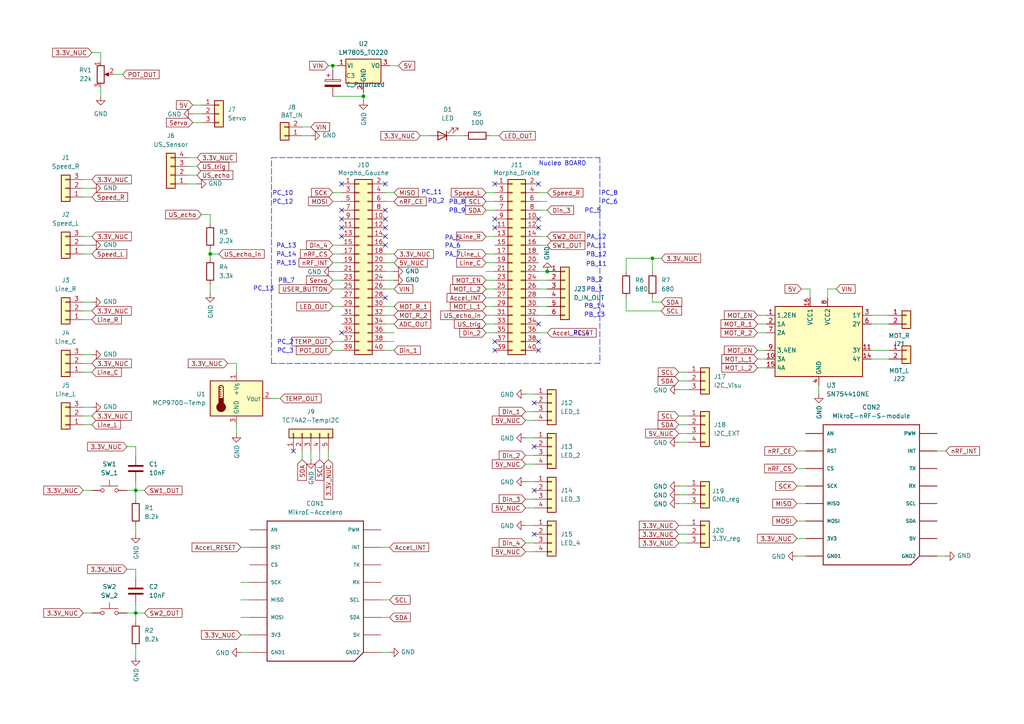
<source format=kicad_sch>
(kicad_sch (version 20231120) (generator "eeschema") (generator_version "8.0")
  (paper "A4")
  (junction (at 105.41 27.94))
  (junction (at 96.52 19.05))
  (junction (at 158.75 78.74))
  (junction (at 189.23 74.93))
  (junction (at 39.37 142.24))
  (junction (at 60.96 73.66))
  (junction (at 39.37 177.8))
  (no_connect (at 154.94 116.84))
  (no_connect (at 143.51 63.5))
  (no_connect (at 154.94 129.54))
  (no_connect (at 143.51 101.6))
  (no_connect (at 143.51 99.06))
  (no_connect (at 85.09 130.81))
  (no_connect (at 111.76 63.5))
  (no_connect (at 156.21 93.98))
  (no_connect (at 99.06 68.58))
  (no_connect (at 99.06 60.96))
  (no_connect (at 156.21 101.6))
  (no_connect (at 111.76 66.04))
  (no_connect (at 154.94 142.24))
  (no_connect (at 111.76 68.58))
  (no_connect (at 111.76 60.96))
  (no_connect (at 111.76 86.36))
  (no_connect (at 111.76 71.12))
  (no_connect (at 156.21 99.06))
  (no_connect (at 156.21 63.5))
  (no_connect (at 111.76 53.34))
  (no_connect (at 154.94 154.94))
  (no_connect (at 99.06 53.34))
  (no_connect (at 156.21 66.04))
  (no_connect (at 99.06 66.04))
  (no_connect (at 99.06 63.5))
  (no_connect (at 143.51 53.34))
  (no_connect (at 156.21 53.34))
  (no_connect (at 99.06 96.52))
  (no_connect (at 143.51 66.04))
  (wire (pts (xy 219.71 101.6) (xy 222.25 101.6)))
  (wire (pts (xy 191.77 74.93) (xy 189.23 74.93)))
  (wire (pts (xy 231.14 140.97) (xy 233.68 140.97)))
  (wire (pts (xy 231.14 146.05) (xy 233.68 146.05)))
  (wire (pts (xy 152.4 144.78) (xy 154.94 144.78)))
  (wire (pts (xy 96.52 99.06) (xy 99.06 99.06)))
  (wire (pts (xy 140.97 83.82) (xy 143.51 83.82)))
  (wire (pts (xy 24.13 73.66) (xy 26.67 73.66)))
  (wire (pts (xy 24.13 105.41) (xy 26.67 105.41)))
  (wire (pts (xy 92.71 130.81) (xy 92.71 133.35)))
  (wire (pts (xy 231.14 130.81) (xy 233.68 130.81)))
  (wire (pts (xy 114.3 76.2) (xy 111.76 76.2)))
  (wire (pts (xy 196.85 140.97) (xy 199.39 140.97)))
  (wire (pts (xy 196.85 113.03) (xy 199.39 113.03)))
  (wire (pts (xy 69.85 168.91) (xy 72.39 168.91)))
  (wire (pts (xy 142.24 39.37) (xy 144.78 39.37)))
  (wire (pts (xy 68.58 105.41) (xy 68.58 107.95)))
  (wire (pts (xy 69.85 158.75) (xy 72.39 158.75)))
  (wire (pts (xy 24.13 57.15) (xy 26.67 57.15)))
  (wire (pts (xy 196.85 123.19) (xy 199.39 123.19)))
  (wire (pts (xy 36.83 142.24) (xy 39.37 142.24)))
  (wire (pts (xy 140.97 58.42) (xy 143.51 58.42)))
  (wire (pts (xy 156.21 60.96) (xy 158.75 60.96)))
  (wire (pts (xy 111.76 83.82) (xy 114.3 83.82)))
  (wire (pts (xy 140.97 55.88) (xy 143.51 55.88)))
  (wire (pts (xy 24.13 52.07) (xy 26.67 52.07)))
  (wire (pts (xy 24.13 177.8) (xy 26.67 177.8)))
  (wire (pts (xy 219.71 104.14) (xy 222.25 104.14)))
  (wire (pts (xy 26.67 15.24) (xy 29.21 15.24)))
  (wire (pts (xy 24.13 142.24) (xy 26.67 142.24)))
  (wire (pts (xy 252.73 93.98) (xy 257.81 93.98)))
  (wire (pts (xy 111.76 91.44) (xy 114.3 91.44)))
  (wire (pts (xy 152.4 127) (xy 154.94 127)))
  (wire (pts (xy 196.85 125.73) (xy 199.39 125.73)))
  (wire (pts (xy 110.49 179.07) (xy 113.03 179.07)))
  (wire (pts (xy 156.21 83.82) (xy 158.75 83.82)))
  (wire (pts (xy 60.96 73.66) (xy 60.96 74.93)))
  (wire (pts (xy 96.52 101.6) (xy 99.06 101.6)))
  (wire (pts (xy 87.63 130.81) (xy 87.63 133.35)))
  (wire (pts (xy 95.25 130.81) (xy 95.25 133.35)))
  (wire (pts (xy 113.03 19.05) (xy 115.57 19.05)))
  (wire (pts (xy 55.88 35.56) (xy 58.42 35.56)))
  (wire (pts (xy 111.76 81.28) (xy 114.3 81.28)))
  (wire (pts (xy 189.23 74.93) (xy 189.23 78.74)))
  (wire (pts (xy 111.76 73.66) (xy 114.3 73.66)))
  (wire (pts (xy 96.52 78.74) (xy 99.06 78.74)))
  (wire (pts (xy 69.85 184.15) (xy 72.39 184.15)))
  (wire (pts (xy 156.21 78.74) (xy 158.75 78.74)))
  (wire (pts (xy 96.52 73.66) (xy 99.06 73.66)))
  (wire (pts (xy 54.61 53.34) (xy 57.15 53.34)))
  (wire (pts (xy 252.73 104.14) (xy 257.81 104.14)))
  (wire (pts (xy 24.13 107.95) (xy 26.67 107.95)))
  (wire (pts (xy 36.83 177.8) (xy 39.37 177.8)))
  (wire (pts (xy 54.61 48.26) (xy 57.15 48.26)))
  (wire (pts (xy 24.13 71.12) (xy 26.67 71.12)))
  (wire (pts (xy 111.76 93.98) (xy 114.3 93.98)))
  (wire (pts (xy 96.52 83.82) (xy 99.06 83.82)))
  (wire (pts (xy 36.83 129.54) (xy 39.37 129.54)))
  (wire (pts (xy 140.97 86.36) (xy 143.51 86.36)))
  (wire (pts (xy 58.42 62.23) (xy 60.96 62.23)))
  (wire (pts (xy 199.39 157.48) (xy 196.85 157.48)))
  (wire (pts (xy 55.88 33.02) (xy 58.42 33.02)))
  (wire (pts (xy 181.61 90.17) (xy 181.61 86.36)))
  (wire (pts (xy 39.37 177.8) (xy 39.37 180.34)))
  (wire (pts (xy 24.13 68.58) (xy 26.67 68.58)))
  (wire (pts (xy 111.76 78.74) (xy 114.3 78.74)))
  (wire (pts (xy 199.39 143.51) (xy 196.85 143.51)))
  (wire (pts (xy 60.96 82.55) (xy 60.96 85.09)))
  (wire (pts (xy 152.4 157.48) (xy 154.94 157.48)))
  (wire (pts (xy 121.92 39.37) (xy 124.46 39.37)))
  (wire (pts (xy 110.49 158.75) (xy 113.03 158.75)))
  (wire (pts (xy 232.41 83.82) (xy 234.95 83.82)))
  (wire (pts (xy 24.13 87.63) (xy 26.67 87.63)))
  (wire (pts (xy 219.71 93.98) (xy 222.25 93.98)))
  (wire (pts (xy 55.88 30.48) (xy 58.42 30.48)))
  (wire (pts (xy 152.4 134.62) (xy 154.94 134.62)))
  (wire (pts (xy 156.21 71.12) (xy 158.75 71.12)))
  (wire (pts (xy 140.97 81.28) (xy 143.51 81.28)))
  (wire (pts (xy 140.97 96.52) (xy 143.51 96.52)))
  (wire (pts (xy 156.21 81.28) (xy 158.75 81.28)))
  (wire (pts (xy 140.97 91.44) (xy 143.51 91.44)))
  (wire (pts (xy 152.4 152.4) (xy 154.94 152.4)))
  (wire (pts (xy 191.77 90.17) (xy 181.61 90.17)))
  (wire (pts (xy 24.13 102.87) (xy 26.67 102.87)))
  (wire (pts (xy 78.74 115.57) (xy 81.28 115.57)))
  (wire (pts (xy 68.58 123.19) (xy 68.58 125.73)))
  (wire (pts (xy 111.76 55.88) (xy 114.3 55.88)))
  (wire (pts (xy 96.52 76.2) (xy 99.06 76.2)))
  (wire (pts (xy 33.02 21.59) (xy 35.56 21.59)))
  (wire (pts (xy 39.37 129.54) (xy 39.37 132.08)))
  (wire (pts (xy 105.41 27.94) (xy 105.41 29.21)))
  (wire (pts (xy 156.21 55.88) (xy 158.75 55.88)))
  (wire (pts (xy 231.14 135.89) (xy 233.68 135.89)))
  (wire (pts (xy 29.21 25.4) (xy 29.21 27.94)))
  (wire (pts (xy 39.37 152.4) (xy 39.37 154.94)))
  (wire (pts (xy 39.37 187.96) (xy 39.37 190.5)))
  (wire (pts (xy 69.85 189.23) (xy 72.39 189.23)))
  (wire (pts (xy 152.4 160.02) (xy 154.94 160.02)))
  (wire (pts (xy 60.96 62.23) (xy 60.96 64.77)))
  (wire (pts (xy 24.13 54.61) (xy 26.67 54.61)))
  (wire (pts (xy 156.21 58.42) (xy 158.75 58.42)))
  (wire (pts (xy 96.52 58.42) (xy 99.06 58.42)))
  (wire (pts (xy 111.76 96.52) (xy 114.3 96.52)))
  (wire (pts (xy 140.97 68.58) (xy 143.51 68.58)))
  (wire (pts (xy 140.97 76.2) (xy 143.51 76.2)))
  (polyline (pts (xy 78.74 45.72) (xy 173.99 45.72)) (stroke (width 0) (type dash)))
  (wire (pts (xy 152.4 121.92) (xy 154.94 121.92)))
  (wire (pts (xy 24.13 90.17) (xy 26.67 90.17)))
  (wire (pts (xy 152.4 119.38) (xy 154.94 119.38)))
  (wire (pts (xy 54.61 45.72) (xy 57.15 45.72)))
  (wire (pts (xy 60.96 73.66) (xy 63.5 73.66)))
  (wire (pts (xy 140.97 60.96) (xy 143.51 60.96)))
  (wire (pts (xy 196.85 128.27) (xy 199.39 128.27)))
  (wire (pts (xy 39.37 142.24) (xy 39.37 139.7)))
  (wire (pts (xy 152.4 114.3) (xy 154.94 114.3)))
  (wire (pts (xy 181.61 74.93) (xy 181.61 78.74)))
  (wire (pts (xy 231.14 151.13) (xy 233.68 151.13)))
  (wire (pts (xy 39.37 177.8) (xy 41.91 177.8)))
  (wire (pts (xy 271.78 161.29) (xy 274.32 161.29)))
  (wire (pts (xy 199.39 152.4) (xy 196.85 152.4)))
  (wire (pts (xy 96.52 55.88) (xy 99.06 55.88)))
  (wire (pts (xy 140.97 93.98) (xy 143.51 93.98)))
  (wire (pts (xy 69.85 173.99) (xy 72.39 173.99)))
  (wire (pts (xy 96.52 27.94) (xy 105.41 27.94)))
  (wire (pts (xy 36.83 165.1) (xy 39.37 165.1)))
  (wire (pts (xy 111.76 88.9) (xy 114.3 88.9)))
  (wire (pts (xy 219.71 91.44) (xy 222.25 91.44)))
  (wire (pts (xy 24.13 92.71) (xy 26.67 92.71)))
  (wire (pts (xy 152.4 139.7) (xy 154.94 139.7)))
  (wire (pts (xy 132.08 39.37) (xy 134.62 39.37)))
  (wire (pts (xy 189.23 87.63) (xy 189.23 86.36)))
  (wire (pts (xy 60.96 72.39) (xy 60.96 73.66)))
  (wire (pts (xy 111.76 58.42) (xy 114.3 58.42)))
  (wire (pts (xy 24.13 120.65) (xy 26.67 120.65)))
  (wire (pts (xy 196.85 107.95) (xy 199.39 107.95)))
  (wire (pts (xy 191.77 87.63) (xy 189.23 87.63)))
  (wire (pts (xy 152.4 132.08) (xy 154.94 132.08)))
  (wire (pts (xy 231.14 161.29) (xy 233.68 161.29)))
  (wire (pts (xy 234.95 83.82) (xy 234.95 86.36)))
  (wire (pts (xy 240.03 83.82) (xy 240.03 86.36)))
  (wire (pts (xy 95.25 19.05) (xy 96.52 19.05)))
  (wire (pts (xy 24.13 123.19) (xy 26.67 123.19)))
  (wire (pts (xy 29.21 15.24) (xy 29.21 17.78)))
  (wire (pts (xy 96.52 71.12) (xy 99.06 71.12)))
  (wire (pts (xy 140.97 78.74) (xy 143.51 78.74)))
  (wire (pts (xy 96.52 88.9) (xy 99.06 88.9)))
  (wire (pts (xy 156.21 88.9) (xy 158.75 88.9)))
  (wire (pts (xy 66.04 105.41) (xy 68.58 105.41)))
  (wire (pts (xy 237.49 111.76) (xy 237.49 114.3)))
  (wire (pts (xy 96.52 19.05) (xy 96.52 20.32)))
  (wire (pts (xy 110.49 189.23) (xy 113.03 189.23)))
  (wire (pts (xy 24.13 118.11) (xy 26.67 118.11)))
  (wire (pts (xy 252.73 101.6) (xy 257.81 101.6)))
  (wire (pts (xy 242.57 83.82) (xy 240.03 83.82)))
  (wire (pts (xy 54.61 50.8) (xy 57.15 50.8)))
  (wire (pts (xy 87.63 39.37) (xy 90.17 39.37)))
  (wire (pts (xy 219.71 106.68) (xy 222.25 106.68)))
  (wire (pts (xy 140.97 73.66) (xy 143.51 73.66)))
  (wire (pts (xy 271.78 130.81) (xy 274.32 130.81)))
  (wire (pts (xy 111.76 99.06) (xy 114.3 99.06)))
  (polyline (pts (xy 78.74 105.41) (xy 78.74 45.72)) (stroke (width 0) (type dash)))
  (wire (pts (xy 252.73 91.44) (xy 257.81 91.44)))
  (wire (pts (xy 39.37 142.24) (xy 41.91 142.24)))
  (polyline (pts (xy 173.99 45.72) (xy 173.99 105.41)) (stroke (width 0) (type dash)))
  (wire (pts (xy 96.52 19.05) (xy 97.79 19.05)))
  (wire (pts (xy 96.52 81.28) (xy 99.06 81.28)))
  (wire (pts (xy 90.17 130.81) (xy 90.17 133.35)))
  (wire (pts (xy 156.21 86.36) (xy 158.75 86.36)))
  (wire (pts (xy 199.39 146.05) (xy 196.85 146.05)))
  (wire (pts (xy 140.97 88.9) (xy 143.51 88.9)))
  (wire (pts (xy 199.39 154.94) (xy 196.85 154.94)))
  (wire (pts (xy 196.85 110.49) (xy 199.39 110.49)))
  (polyline (pts (xy 173.99 105.41) (xy 78.74 105.41)) (stroke (width 0) (type dash)))
  (wire (pts (xy 87.63 36.83) (xy 90.17 36.83)))
  (wire (pts (xy 111.76 101.6) (xy 114.3 101.6)))
  (wire (pts (xy 105.41 26.67) (xy 105.41 27.94)))
  (wire (pts (xy 110.49 173.99) (xy 113.03 173.99)))
  (wire (pts (xy 189.23 74.93) (xy 181.61 74.93)))
  (wire (pts (xy 156.21 91.44) (xy 158.75 91.44)))
  (wire (pts (xy 156.21 96.52) (xy 158.75 96.52)))
  (wire (pts (xy 39.37 142.24) (xy 39.37 144.78)))
  (wire (pts (xy 219.71 96.52) (xy 222.25 96.52)))
  (wire (pts (xy 39.37 165.1) (xy 39.37 167.64)))
  (wire (pts (xy 152.4 147.32) (xy 154.94 147.32)))
  (wire (pts (xy 39.37 177.8) (xy 39.37 175.26)))
  (wire (pts (xy 196.85 120.65) (xy 199.39 120.65)))
  (wire (pts (xy 69.85 179.07) (xy 72.39 179.07)))
  (wire (pts (xy 231.14 156.21) (xy 233.68 156.21)))
  (wire (pts (xy 156.21 68.58) (xy 158.75 68.58)))
  (text "PA_12" (at 172.974 68.834 0) (effects (font (size 1.27 1.27))))
  (text "PC_2" (at 82.804 99.314 0) (effects (font (size 1.27 1.27))))
  (text "PB_8" (at 132.588 58.674 0) (effects (font (size 1.27 1.27))))
  (text "PA_7" (at 131.318 73.914 0) (effects (font (size 1.27 1.27))))
  (text "PC_8" (at 176.784 56.134 0) (effects (font (size 1.27 1.27))))
  (text "PC_11" (at 125.222 55.88 0) (effects (font (size 1.27 1.27))))
  (text "PA_5" (at 131.318 69.088 0) (effects (font (size 1.27 1.27))))
  (text "PB_13" (at 172.466 91.44 0) (effects (font (size 1.27 1.27))))
  (text "PA_14" (at 83.058 73.914 0) (effects (font (size 1.27 1.27))))
  (text "PB_11" (at 172.974 76.708 0) (effects (font (size 1.27 1.27))))
  (text "PB_9" (at 132.588 61.214 0) (effects (font (size 1.27 1.27))))
  (text "PC_5" (at 171.958 61.214 0) (effects (font (size 1.27 1.27))))
  (text "PB_2" (at 172.466 81.28 0) (effects (font (size 1.27 1.27))))
  (text "PC_12" (at 82.042 58.674 0) (effects (font (size 1.27 1.27))))
  (text "PB_14" (at 172.466 88.9 0) (effects (font (size 1.27 1.27))))
  (text "PC_13" (at 76.454 83.82 0) (effects (font (size 1.27 1.27))))
  (text "PD_2" (at 126.492 58.42 0) (effects (font (size 1.27 1.27))))
  (text "PA_15" (at 83.058 76.454 0) (effects (font (size 1.27 1.27))))
  (text "PC_10" (at 82.042 56.134 0) (effects (font (size 1.27 1.27))))
  (text "PA_11" (at 172.974 71.374 0) (effects (font (size 1.27 1.27))))
  (text "PC_4" (at 168.656 96.774 0) (effects (font (size 1.27 1.27))))
  (text "PA_6" (at 131.318 71.374 0) (effects (font (size 1.27 1.27))))
  (text "PA_13" (at 83.058 71.374 0) (effects (font (size 1.27 1.27))))
  (text "PB_7" (at 83.058 81.534 0) (effects (font (size 1.27 1.27))))
  (text "Nucleo BOARD" (at 156.21 48.26 0) (effects (font (size 1.27 1.27)) (justify left bottom)))
  (text "PB_12" (at 172.974 73.914 0) (effects (font (size 1.27 1.27))))
  (text "PC_3" (at 82.804 101.854 0) (effects (font (size 1.27 1.27))))
  (text "PB_1\n" (at 172.466 84.074 0) (effects (font (size 1.27 1.27))))
  (text "PC_6" (at 176.784 58.674 0) (effects (font (size 1.27 1.27))))
  (global_label "US_echo" (shape input) (at 57.15 50.8 0) (property "Intersheetrefs" "${INTERSHEET_REFS}" (effects (hide yes))))
  (global_label "5V" (shape input) (at 232.41 83.82 180) (property "Intersheetrefs" "${INTERSHEET_REFS}" (effects (hide yes))))
  (global_label "MOT_L_1" (shape input) (at 140.97 88.9 180) (property "Intersheetrefs" "${INTERSHEET_REFS}" (effects (hide yes))))
  (global_label "Din_3" (shape input) (at 158.75 60.96 0) (property "Intersheetrefs" "${INTERSHEET_REFS}" (effects (hide yes))))
  (global_label "Speed_R" (shape input) (at 26.67 57.15 0) (property "Intersheetrefs" "${INTERSHEET_REFS}" (effects (hide yes))))
  (global_label "SCK" (shape input) (at 96.52 55.88 180) (property "Intersheetrefs" "${INTERSHEET_REFS}" (effects (hide yes))))
  (global_label "USER_BUTTON" (shape input) (at 96.52 83.82 180) (property "Intersheetrefs" "${INTERSHEET_REFS}" (effects (hide yes))))
  (global_label "SCL" (shape input) (at 191.77 90.17 0) (property "Intersheetrefs" "${INTERSHEET_REFS}" (effects (hide yes))))
  (global_label "Accel_RESET" (shape input) (at 158.75 96.52 0) (property "Intersheetrefs" "${INTERSHEET_REFS}" (effects (hide yes))))
  (global_label "Servo" (shape input) (at 96.52 81.28 180) (property "Intersheetrefs" "${INTERSHEET_REFS}" (effects (hide yes))))
  (global_label "3.3V_NUC" (shape input) (at 36.83 165.1 180) (property "Intersheetrefs" "${INTERSHEET_REFS}" (effects (hide yes))))
  (global_label "US_trig" (shape input) (at 140.97 93.98 180) (property "Intersheetrefs" "${INTERSHEET_REFS}" (effects (hide yes))))
  (global_label "Line_L" (shape input) (at 140.97 73.66 180) (property "Intersheetrefs" "${INTERSHEET_REFS}" (effects (hide yes))))
  (global_label "VIN" (shape input) (at 90.17 36.83 0) (property "Intersheetrefs" "${INTERSHEET_REFS}" (effects (hide yes))))
  (global_label "SW2_OUT" (shape input) (at 41.91 177.8 0) (property "Intersheetrefs" "${INTERSHEET_REFS}" (effects (hide yes))))
  (global_label "MISO" (shape input) (at 114.3 55.88 0) (property "Intersheetrefs" "${INTERSHEET_REFS}" (effects (hide yes))))
  (global_label "MOT_EN" (shape input) (at 219.71 91.44 180) (property "Intersheetrefs" "${INTERSHEET_REFS}" (effects (hide yes))))
  (global_label "SW1_OUT" (shape input) (at 41.91 142.24 0) (property "Intersheetrefs" "${INTERSHEET_REFS}" (effects (hide yes))))
  (global_label "5V_NUC" (shape input) (at 152.4 121.92 180) (property "Intersheetrefs" "${INTERSHEET_REFS}" (effects (hide yes))))
  (global_label "SDA" (shape input) (at 196.85 123.19 180) (property "Intersheetrefs" "${INTERSHEET_REFS}" (effects (hide yes))))
  (global_label "MOT_R_2" (shape input) (at 114.3 91.44 0) (property "Intersheetrefs" "${INTERSHEET_REFS}" (effects (hide yes))))
  (global_label "Servo" (shape input) (at 55.88 35.56 180) (property "Intersheetrefs" "${INTERSHEET_REFS}" (effects (hide yes))))
  (global_label "MOT_R_1" (shape input) (at 219.71 93.98 180) (property "Intersheetrefs" "${INTERSHEET_REFS}" (effects (hide yes))))
  (global_label "MOT_R_2" (shape input) (at 219.71 96.52 180) (property "Intersheetrefs" "${INTERSHEET_REFS}" (effects (hide yes))))
  (global_label "LED_OUT" (shape input) (at 144.78 39.37 0) (property "Intersheetrefs" "${INTERSHEET_REFS}" (effects (hide yes))))
  (global_label "SCL" (shape input) (at 196.85 107.95 180) (property "Intersheetrefs" "${INTERSHEET_REFS}" (effects (hide yes))))
  (global_label "3.3V_NUC" (shape input) (at 95.25 133.35 270) (property "Intersheetrefs" "${INTERSHEET_REFS}" (effects (hide yes))))
  (global_label "SCL" (shape input) (at 113.03 173.99 0) (property "Intersheetrefs" "${INTERSHEET_REFS}" (effects (hide yes))))
  (global_label "ADC_OUT" (shape input) (at 114.3 93.98 0) (property "Intersheetrefs" "${INTERSHEET_REFS}" (effects (hide yes))))
  (global_label "MOSI" (shape input) (at 231.14 151.13 180) (property "Intersheetrefs" "${INTERSHEET_REFS}" (effects (hide yes))))
  (global_label "Speed_R" (shape input) (at 158.75 55.88 0) (property "Intersheetrefs" "${INTERSHEET_REFS}" (effects (hide yes))))
  (global_label "3.3V_NUC" (shape input) (at 36.83 129.54 180) (property "Intersheetrefs" "${INTERSHEET_REFS}" (effects (hide yes))))
  (global_label "3.3V_NUC" (shape input) (at 26.67 120.65 0) (property "Intersheetrefs" "${INTERSHEET_REFS}" (effects (hide yes))))
  (global_label "5V" (shape input) (at 55.88 30.48 180) (property "Intersheetrefs" "${INTERSHEET_REFS}" (effects (hide yes))))
  (global_label "Din_1" (shape input) (at 152.4 119.38 180) (property "Intersheetrefs" "${INTERSHEET_REFS}" (effects (hide yes))))
  (global_label "MOT_L_2" (shape input) (at 219.71 106.68 180) (property "Intersheetrefs" "${INTERSHEET_REFS}" (effects (hide yes))))
  (global_label "POT_OUT" (shape input) (at 35.56 21.59 0) (property "Intersheetrefs" "${INTERSHEET_REFS}" (effects (hide yes))))
  (global_label "SCL" (shape input) (at 140.97 58.42 180) (property "Intersheetrefs" "${INTERSHEET_REFS}" (effects (hide yes))))
  (global_label "3.3V_NUC" (shape input) (at 114.3 73.66 0) (property "Intersheetrefs" "${INTERSHEET_REFS}" (effects (hide yes))))
  (global_label "Line_C" (shape input) (at 140.97 76.2 180) (property "Intersheetrefs" "${INTERSHEET_REFS}" (effects (hide yes))))
  (global_label "SDA" (shape input) (at 87.63 133.35 270) (property "Intersheetrefs" "${INTERSHEET_REFS}" (effects (hide yes))))
  (global_label "Din_3" (shape input) (at 152.4 144.78 180) (property "Intersheetrefs" "${INTERSHEET_REFS}" (effects (hide yes))))
  (global_label "nRF_CS" (shape input) (at 96.52 73.66 180) (property "Intersheetrefs" "${INTERSHEET_REFS}" (effects (hide yes))))
  (global_label "3.3V_NUC" (shape input) (at 121.92 39.37 180) (property "Intersheetrefs" "${INTERSHEET_REFS}" (effects (hide yes))))
  (global_label "3.3V_NUC" (shape input) (at 69.85 184.15 180) (property "Intersheetrefs" "${INTERSHEET_REFS}" (effects (hide yes))))
  (global_label "Line_C" (shape input) (at 26.67 107.95 0) (property "Intersheetrefs" "${INTERSHEET_REFS}" (effects (hide yes))))
  (global_label "Din_1" (shape input) (at 114.3 101.6 0) (property "Intersheetrefs" "${INTERSHEET_REFS}" (effects (hide yes))))
  (global_label "US_echo_in" (shape input) (at 140.97 91.44 180) (property "Intersheetrefs" "${INTERSHEET_REFS}" (effects (hide yes))))
  (global_label "VIN" (shape input) (at 95.25 19.05 180) (property "Intersheetrefs" "${INTERSHEET_REFS}" (effects (hide yes))))
  (global_label "SDA" (shape input) (at 191.77 87.63 0) (property "Intersheetrefs" "${INTERSHEET_REFS}" (effects (hide yes))))
  (global_label "3.3V_NUC" (shape input) (at 191.77 74.93 0) (property "Intersheetrefs" "${INTERSHEET_REFS}" (effects (hide yes))))
  (global_label "3.3V_NUC" (shape input) (at 196.85 152.4 180) (property "Intersheetrefs" "${INTERSHEET_REFS}" (effects (hide yes))))
  (global_label "5V_NUC" (shape input) (at 152.4 160.02 180) (property "Intersheetrefs" "${INTERSHEET_REFS}" (effects (hide yes))))
  (global_label "TEMP_OUT" (shape input) (at 81.28 115.57 0) (property "Intersheetrefs" "${INTERSHEET_REFS}" (effects (hide yes))))
  (global_label "3.3V_NUC" (shape input) (at 26.67 105.41 0) (property "Intersheetrefs" "${INTERSHEET_REFS}" (effects (hide yes))))
  (global_label "LED_OUT" (shape input) (at 96.52 88.9 180) (property "Intersheetrefs" "${INTERSHEET_REFS}" (effects (hide yes))))
  (global_label "5V_NUC" (shape input) (at 152.4 147.32 180) (property "Intersheetrefs" "${INTERSHEET_REFS}" (effects (hide yes))))
  (global_label "Accel_INT" (shape input) (at 113.03 158.75 0) (property "Intersheetrefs" "${INTERSHEET_REFS}" (effects (hide yes))))
  (global_label "Accel_RESET" (shape input) (at 69.85 158.75 180) (property "Intersheetrefs" "${INTERSHEET_REFS}" (effects (hide yes))))
  (global_label "US_trig" (shape input) (at 57.15 48.26 0) (property "Intersheetrefs" "${INTERSHEET_REFS}" (effects (hide yes))))
  (global_label "SDA" (shape input) (at 113.03 179.07 0) (property "Intersheetrefs" "${INTERSHEET_REFS}" (effects (hide yes))))
  (global_label "5V_NUC" (shape input) (at 114.3 76.2 0) (property "Intersheetrefs" "${INTERSHEET_REFS}" (effects (hide yes))))
  (global_label "nRF_INT" (shape input) (at 274.32 130.81 0) (property "Intersheetrefs" "${INTERSHEET_REFS}" (effects (hide yes))))
  (global_label "Din_4" (shape input) (at 96.52 71.12 180) (property "Intersheetrefs" "${INTERSHEET_REFS}" (effects (hide yes))))
  (global_label "Speed_L" (shape input) (at 140.97 55.88 180) (property "Intersheetrefs" "${INTERSHEET_REFS}" (effects (hide yes))))
  (global_label "SCL" (shape input) (at 92.71 133.35 270) (property "Intersheetrefs" "${INTERSHEET_REFS}" (effects (hide yes))))
  (global_label "MOT_L_2" (shape input) (at 140.97 83.82 180) (property "Intersheetrefs" "${INTERSHEET_REFS}" (effects (hide yes))))
  (global_label "Line_L" (shape input) (at 26.67 123.19 0) (property "Intersheetrefs" "${INTERSHEET_REFS}" (effects (hide yes))))
  (global_label "3.3V_NUC" (shape input) (at 26.67 68.58 0) (property "Intersheetrefs" "${INTERSHEET_REFS}" (effects (hide yes))))
  (global_label "nRF_CS" (shape input) (at 231.14 135.89 180) (property "Intersheetrefs" "${INTERSHEET_REFS}" (effects (hide yes))))
  (global_label "SCK" (shape input) (at 231.14 140.97 180) (property "Intersheetrefs" "${INTERSHEET_REFS}" (effects (hide yes))))
  (global_label "3.3V_NUC" (shape input) (at 196.85 154.94 180) (property "Intersheetrefs" "${INTERSHEET_REFS}" (effects (hide yes))))
  (global_label "TEMP_OUT" (shape input) (at 96.52 99.06 180) (property "Intersheetrefs" "${INTERSHEET_REFS}" (effects (hide yes))))
  (global_label "3.3V_NUC" (shape input) (at 24.13 142.24 180) (property "Intersheetrefs" "${INTERSHEET_REFS}" (effects (hide yes))))
  (global_label "SDA" (shape input) (at 140.97 60.96 180) (property "Intersheetrefs" "${INTERSHEET_REFS}" (effects (hide yes))))
  (global_label "MISO" (shape input) (at 231.14 146.05 180) (property "Intersheetrefs" "${INTERSHEET_REFS}" (effects (hide yes))))
  (global_label "POT_OUT" (shape input) (at 96.52 101.6 180) (property "Intersheetrefs" "${INTERSHEET_REFS}" (effects (hide yes))))
  (global_label "MOSI" (shape input) (at 96.52 58.42 180) (property "Intersheetrefs" "${INTERSHEET_REFS}" (effects (hide yes))))
  (global_label "MOT_R_1" (shape input) (at 114.3 88.9 0) (property "Intersheetrefs" "${INTERSHEET_REFS}" (effects (hide yes))))
  (global_label "VIN" (shape input) (at 242.57 83.82 0) (property "Intersheetrefs" "${INTERSHEET_REFS}" (effects (hide yes))))
  (global_label "Din_2" (shape input) (at 152.4 132.08 180) (property "Intersheetrefs" "${INTERSHEET_REFS}" (effects (hide yes))))
  (global_label "SDA" (shape input) (at 196.85 110.49 180) (property "Intersheetrefs" "${INTERSHEET_REFS}" (effects (hide yes))))
  (global_label "Line_R" (shape input) (at 140.97 68.58 180) (property "Intersheetrefs" "${INTERSHEET_REFS}" (effects (hide yes))))
  (global_label "US_echo" (shape input) (at 58.42 62.23 180) (property "Intersheetrefs" "${INTERSHEET_REFS}" (effects (hide yes))))
  (global_label "Line_R" (shape input) (at 26.67 92.71 0) (property "Intersheetrefs" "${INTERSHEET_REFS}" (effects (hide yes))))
  (global_label "nRF_CE" (shape input) (at 231.14 130.81 180) (property "Intersheetrefs" "${INTERSHEET_REFS}" (effects (hide yes))))
  (global_label "Din_2" (shape input) (at 140.97 96.52 180) (property "Intersheetrefs" "${INTERSHEET_REFS}" (effects (hide yes))))
  (global_label "nRF_CE" (shape input) (at 114.3 58.42 0) (property "Intersheetrefs" "${INTERSHEET_REFS}" (effects (hide yes))))
  (global_label "5V_NUC" (shape input) (at 152.4 134.62 180) (property "Intersheetrefs" "${INTERSHEET_REFS}" (effects (hide yes))))
  (global_label "SW1_OUT" (shape input) (at 158.75 71.12 0) (property "Intersheetrefs" "${INTERSHEET_REFS}" (effects (hide yes))))
  (global_label "Speed_L" (shape input) (at 26.67 73.66 0) (property "Intersheetrefs" "${INTERSHEET_REFS}" (effects (hide yes))))
  (global_label "Accel_INT" (shape input) (at 140.97 86.36 180) (property "Intersheetrefs" "${INTERSHEET_REFS}" (effects (hide yes))))
  (global_label "3.3V_NUC" (shape input) (at 57.15 45.72 0) (property "Intersheetrefs" "${INTERSHEET_REFS}" (effects (hide yes))))
  (global_label "5V_NUC" (shape input) (at 196.85 125.73 180) (property "Intersheetrefs" "${INTERSHEET_REFS}" (effects (hide yes))))
  (global_label "3.3V_NUC" (shape input) (at 26.67 15.24 180) (property "Intersheetrefs" "${INTERSHEET_REFS}" (effects (hide yes))))
  (global_label "nRF_INT" (shape input) (at 96.52 76.2 180) (property "Intersheetrefs" "${INTERSHEET_REFS}" (effects (hide yes))))
  (global_label "US_echo_in" (shape input) (at 63.5 73.66 0) (property "Intersheetrefs" "${INTERSHEET_REFS}" (effects (hide yes))))
  (global_label "SW2_OUT" (shape input) (at 158.75 68.58 0) (property "Intersheetrefs" "${INTERSHEET_REFS}" (effects (hide yes))))
  (global_label "3.3V_NUC" (shape input) (at 26.67 90.17 0) (property "Intersheetrefs" "${INTERSHEET_REFS}" (effects (hide yes))))
  (global_label "3.3V_NUC" (shape input) (at 26.67 52.07 0) (property "Intersheetrefs" "${INTERSHEET_REFS}" (effects (hide yes))))
  (global_label "3.3V_NUC" (shape input) (at 231.14 156.21 180) (property "Intersheetrefs" "${INTERSHEET_REFS}" (effects (hide yes))))
  (global_label "3.3V_NUC" (shape input) (at 24.13 177.8 180) (property "Intersheetrefs" "${INTERSHEET_REFS}" (effects (hide yes))))
  (global_label "MOT_L_1" (shape input) (at 219.71 104.14 180) (property "Intersheetrefs" "${INTERSHEET_REFS}" (effects (hide yes))))
  (global_label "Din_4" (shape input) (at 152.4 157.48 180) (property "Intersheetrefs" "${INTERSHEET_REFS}" (effects (hide yes))))
  (global_label "SCL" (shape input) (at 196.85 120.65 180) (property "Intersheetrefs" "${INTERSHEET_REFS}" (effects (hide yes))))
  (global_label "3.3V_NUC" (shape input) (at 66.04 105.41 180) (property "Intersheetrefs" "${INTERSHEET_REFS}" (effects (hide yes))))
  (global_label "3.3V_NUC" (shape input) (at 196.85 157.48 180) (property "Intersheetrefs" "${INTERSHEET_REFS}" (effects (hide yes))))
  (global_label "5V" (shape input) (at 115.57 19.05 0) (property "Intersheetrefs" "${INTERSHEET_REFS}" (effects (hide yes))))
  (global_label "MOT_EN" (shape input) (at 219.71 101.6 180) (property "Intersheetrefs" "${INTERSHEET_REFS}" (effects (hide yes))))
  (global_label "VIN" (shape input) (at 114.3 83.82 0) (property "Intersheetrefs" "${INTERSHEET_REFS}" (effects (hide yes))))
  (global_label "MOT_EN" (shape input) (at 140.97 81.28 180) (property "Intersheetrefs" "${INTERSHEET_REFS}" (effects (hide yes))))
  (symbol (lib_id "Connector_Generic:Conn_01x02") (at 82.55 39.37 180) (unit 1)
    (property "Reference" "J8" (at 84.6328 31.115 0))
    (property "Value" "BAT_IN" (at 84.6328 33.4264 0))
    (property "Footprint" "TerminalBlock_Phoenix:TerminalBlock_Phoenix_MKDS-3-2-5.08_1x02_P5.08mm_Horizontal" (effects (hide yes)))
  )
  (symbol (lib_id "power:GND") (at 90.17 39.37 90) (unit 1)
    (property "Reference" "#PWR014" (effects (hide yes)))
    (property "Value" "GND" (at 93.4212 39.243 90) (effects (justify right)))
  )
  (symbol (lib_id "Connector_Generic:Conn_02x20_Odd_Even") (at 104.14 76.2 0) (unit 1)
    (property "Reference" "J10" (at 105.41 47.8282 0))
    (property "Value" "Morpho_Gauche" (at 105.41 50.1396 0))
    (property "Footprint" "Connector_PinHeader_2.54mm:PinHeader_2x20_P2.54mm_Vertical" (effects (hide yes)))
  )
  (symbol (lib_id "Connector_Generic:Conn_02x20_Odd_Even") (at 148.59 76.2 0) (unit 1)
    (property "Reference" "J11" (at 149.86 47.8282 0))
    (property "Value" "Morpho_Droite" (at 149.86 50.1396 0))
    (property "Footprint" "Connector_PinHeader_2.54mm:PinHeader_2x20_P2.54mm_Vertical" (effects (hide yes)))
  )
  (symbol (lib_id "power:GND") (at 96.52 78.74 270) (unit 1)
    (property "Reference" "#PWR016" (effects (hide yes)))
    (property "Value" "GND" (at 93.2688 78.867 90) (effects (justify right)))
  )
  (symbol (lib_id "power:GND") (at 114.3 78.74 90) (unit 1)
    (property "Reference" "#PWR019" (effects (hide yes)))
    (property "Value" "GND" (at 117.5512 78.613 90) (effects (justify right)))
  )
  (symbol (lib_id "power:GND") (at 114.3 81.28 90) (unit 1)
    (property "Reference" "#PWR020" (effects (hide yes)))
    (property "Value" "GND" (at 117.5512 81.153 90) (effects (justify right)))
  )
  (symbol (lib_id "power:GND") (at 158.75 78.74 180) (unit 1)
    (property "Reference" "#PWR025" (effects (hide yes)))
    (property "Value" "GND" (at 158.623 75.4888 90) (effects (justify right)))
  )
  (symbol (lib_id "Connector_Generic:Conn_01x03") (at 204.47 154.94 0) (unit 1)
    (property "Reference" "J20" (at 206.502 153.8732 0) (effects (justify left)))
    (property "Value" "3.3V_reg" (at 206.502 156.1846 0) (effects (justify left)))
    (property "Footprint" "Connector_PinHeader_2.54mm:PinHeader_1x03_P2.54mm_Vertical" (effects (hide yes)))
  )
  (symbol (lib_id "Connector_Generic:Conn_01x03") (at 204.47 143.51 0) (unit 1)
    (property "Reference" "J19" (at 206.502 142.4432 0) (effects (justify left)))
    (property "Value" "GND_reg" (at 206.502 144.7546 0) (effects (justify left)))
    (property "Footprint" "Connector_PinHeader_2.54mm:PinHeader_1x03_P2.54mm_Vertical" (effects (hide yes)))
  )
  (symbol (lib_id "power:GND") (at 196.85 146.05 270) (unit 1)
    (property "Reference" "#PWR030" (effects (hide yes)))
    (property "Value" "GND" (at 193.5988 146.177 90) (effects (justify right)))
  )
  (symbol (lib_id "power:GND") (at 196.85 143.51 270) (unit 1)
    (property "Reference" "#PWR029" (effects (hide yes)))
    (property "Value" "GND" (at 193.5988 143.637 90) (effects (justify right)))
  )
  (symbol (lib_id "power:GND") (at 196.85 140.97 270) (unit 1)
    (property "Reference" "#PWR028" (effects (hide yes)))
    (property "Value" "GND" (at 193.5988 141.097 90) (effects (justify right)))
  )
  (symbol (lib_id "power:GND") (at 60.96 85.09 0) (unit 1)
    (property "Reference" "#PWR011" (effects (hide yes)))
    (property "Value" "GND" (at 61.087 88.3412 90) (effects (justify right)))
  )
  (symbol (lib_id "Device:C_Polarized") (at 96.52 24.13 0) (unit 1)
    (property "Reference" "C3" (at 100.33 21.9709 0) (effects (justify left)))
    (property "Value" "C_Polarized" (at 100.33 24.5109 0) (effects (justify left)))
    (property "Footprint" "Capacitor_THT:CP_Radial_D6.3mm_P2.50mm" (effects (hide yes)))
    (property "Description" "Polarized capacitor" (effects (hide yes)))
  )
  (symbol (lib_id "Connector_Generic:Conn_01x02") (at 262.89 101.6 0) (unit 1)
    (property "Reference" "J22" (at 260.8072 109.855 0))
    (property "Value" "MOT_L" (at 260.8072 107.5436 0))
    (property "Footprint" "TerminalBlock_Phoenix:TerminalBlock_Phoenix_MKDS-3-2-5.08_1x02_P5.08mm_Horizontal" (effects (hide yes)))
  )
  (symbol (lib_id "Connector_Generic:Conn_01x03") (at 19.05 120.65 180) (unit 1)
    (property "Reference" "J5" (at 19.05 111.76 0))
    (property "Value" "Line_L" (at 19.05 114.3 0))
    (property "Footprint" "Connector_PinSocket_2.54mm:PinSocket_1x03_P2.54mm_Horizontal" (effects (hide yes)))
    (property "Description" "Generic connector, single row, 01x03, script generated (kicad-library-utils/schlib/autogen/connector/)" (effects (hide yes)))
  )
  (symbol (lib_id "mikroBUS:MIKROBUS_MODULE_CONN") (at 77.47 191.77 0) (unit 1)
    (property "Reference" "CON1" (at 91.44 146.05 0))
    (property "Value" "MikroE-Accelero" (at 91.44 148.59 0))
    (property "Footprint" "mikroE:MIKROBUS_MODULE_CONN" (effects (hide yes)))
    (property "Description" "MikroBUS module connector" (effects (hide yes)))
  )
  (symbol (lib_id "Connector_Generic:Conn_01x03") (at 204.47 110.49 0) (unit 1)
    (property "Reference" "J17" (at 207.01 109.2199 0) (effects (justify left)))
    (property "Value" "I2C_Visu" (at 207.01 111.7599 0) (effects (justify left)))
    (property "Footprint" "Connector_PinSocket_2.54mm:PinSocket_1x03_P2.54mm_Vertical" (effects (hide yes)))
    (property "Description" "Generic connector, single row, 01x03, script generated (kicad-library-utils/schlib/autogen/connector/)" (effects (hide yes)))
  )
  (symbol (lib_id "Connector_Generic:Conn_01x02") (at 262.89 91.44 0) (unit 1)
    (property "Reference" "J21" (at 260.8072 99.695 0))
    (property "Value" "MOT_R" (at 260.8072 97.3836 0))
    (property "Footprint" "TerminalBlock_Phoenix:TerminalBlock_Phoenix_MKDS-3-2-5.08_1x02_P5.08mm_Horizontal" (effects (hide yes)))
  )
  (symbol (lib_id "power:GND") (at 105.41 29.21 0) (unit 1)
    (property "Reference" "#PWR017" (effects (hide yes)))
    (property "Value" "GND" (at 105.537 32.4612 90) (effects (justify right)))
  )
  (symbol (lib_id "Connector_Generic:Conn_01x04") (at 49.53 50.8 180) (unit 1)
    (property "Reference" "J6" (at 49.53 39.37 0))
    (property "Value" "US_Sensor" (at 49.53 41.91 0))
    (property "Footprint" "Connector_PinSocket_2.54mm:PinSocket_1x04_P2.54mm_Vertical" (effects (hide yes)))
    (property "Description" "Generic connector, single row, 01x04, script generated (kicad-library-utils/schlib/autogen/connector/)" (effects (hide yes)))
  )
  (symbol (lib_id "power:GND") (at 152.4 114.3 270) (unit 1)
    (property "Reference" "#PWR021" (effects (hide yes)))
    (property "Value" "GND" (at 149.1488 114.427 90) (effects (justify right)))
  )
  (symbol (lib_id "Device:R") (at 60.96 68.58 180) (unit 1)
    (property "Reference" "R3" (at 63.5 67.3099 0) (effects (justify right)))
    (property "Value" "2.2k" (at 63.5 69.8499 0) (effects (justify right)))
    (property "Footprint" "Resistor_THT:R_Axial_DIN0207_L6.3mm_D2.5mm_P10.16mm_Horizontal" (effects (hide yes)))
    (property "Description" "Resistor" (effects (hide yes)))
  )
  (symbol (lib_id "Connector_Generic:Conn_01x03") (at 19.05 54.61 180) (unit 1)
    (property "Reference" "J1" (at 19.05 45.72 0))
    (property "Value" "Speed_R" (at 19.05 48.26 0))
    (property "Footprint" "Connector_PinSocket_2.54mm:PinSocket_1x03_P2.54mm_Horizontal" (effects (hide yes)))
    (property "Description" "Generic connector, single row, 01x03, script generated (kicad-library-utils/schlib/autogen/connector/)" (effects (hide yes)))
  )
  (symbol (lib_id "power:GND") (at 90.17 133.35 0) (unit 1)
    (property "Reference" "#PWR015" (effects (hide yes)))
    (property "Value" "GND" (at 90.297 136.6012 90) (effects (justify right)))
  )
  (symbol (lib_id "Connector_Generic:Conn_01x04") (at 160.02 142.24 0) (unit 1)
    (property "Reference" "J14" (at 162.56 142.2399 0) (effects (justify left)))
    (property "Value" "LED_3" (at 162.56 144.7799 0) (effects (justify left)))
    (property "Footprint" "Connector_PinSocket_2.54mm:PinSocket_1x04_P2.54mm_Horizontal" (effects (hide yes)))
    (property "Description" "Generic connector, single row, 01x04, script generated (kicad-library-utils/schlib/autogen/connector/)" (effects (hide yes)))
  )
  (symbol (lib_id "Device:R") (at 39.37 184.15 0) (unit 1)
    (property "Reference" "R2" (at 41.91 182.8799 0) (effects (justify left)))
    (property "Value" "8.2k" (at 41.91 185.4199 0) (effects (justify left)))
    (property "Footprint" "Resistor_THT:R_Axial_DIN0207_L6.3mm_D2.5mm_P10.16mm_Horizontal" (effects (hide yes)))
    (property "Description" "Resistor" (effects (hide yes)))
  )
  (symbol (lib_id "power:GND") (at 196.85 113.03 270) (unit 1)
    (property "Reference" "#PWR026" (effects (hide yes)))
    (property "Value" "GND" (at 193.5988 113.157 90) (effects (justify right)))
  )
  (symbol (lib_id "Connector_Generic:Conn_01x03") (at 63.5 33.02 0) (unit 1)
    (property "Reference" "J7" (at 66.04 31.7499 0) (effects (justify left)))
    (property "Value" "Servo" (at 66.04 34.2899 0) (effects (justify left)))
    (property "Footprint" "Connector_PinSocket_2.54mm:PinSocket_1x03_P2.54mm_Horizontal" (effects (hide yes)))
    (property "Description" "Generic connector, single row, 01x03, script generated (kicad-library-utils/schlib/autogen/connector/)" (effects (hide yes)))
  )
  (symbol (lib_id "power:GND") (at 68.58 125.73 0) (unit 1)
    (property "Reference" "#PWR012" (effects (hide yes)))
    (property "Value" "GND" (at 68.707 128.9812 90) (effects (justify right)))
  )
  (symbol (lib_id "power:GND") (at 55.88 33.02 270) (unit 1)
    (property "Reference" "#PWR09" (effects (hide yes)))
    (property "Value" "GND" (at 52.6288 33.147 90) (effects (justify right)))
  )
  (symbol (lib_id "Connector_Generic:Conn_01x03") (at 19.05 71.12 180) (unit 1)
    (property "Reference" "J2" (at 19.05 62.23 0))
    (property "Value" "Speed_L" (at 19.05 64.77 0))
    (property "Footprint" "Connector_PinSocket_2.54mm:PinSocket_1x03_P2.54mm_Horizontal" (effects (hide yes)))
    (property "Description" "Generic connector, single row, 01x03, script generated (kicad-library-utils/schlib/autogen/connector/)" (effects (hide yes)))
  )
  (symbol (lib_id "power:GND") (at 39.37 154.94 0) (unit 1)
    (property "Reference" "#PWR07" (effects (hide yes)))
    (property "Value" "GND" (at 39.497 158.1912 90) (effects (justify right)))
  )
  (symbol (lib_id "power:GND") (at 26.67 87.63 90) (unit 1)
    (property "Reference" "#PWR03" (effects (hide yes)))
    (property "Value" "GND" (at 29.9212 87.503 90) (effects (justify right)))
  )
  (symbol (lib_id "power:GND") (at 26.67 71.12 90) (unit 1)
    (property "Reference" "#PWR02" (effects (hide yes)))
    (property "Value" "GND" (at 29.9212 70.993 90) (effects (justify right)))
  )
  (symbol (lib_id "power:GND") (at 26.67 102.87 90) (unit 1)
    (property "Reference" "#PWR04" (effects (hide yes)))
    (property "Value" "GND" (at 29.9212 102.743 90) (effects (justify right)))
  )
  (symbol (lib_id "power:GND") (at 274.32 161.29 90) (unit 1)
    (property "Reference" "#PWR033" (effects (hide yes)))
    (property "Value" "GND" (at 277.5712 161.163 90) (effects (justify right)))
  )
  (symbol (lib_id "Device:R_Potentiometer") (at 29.21 21.59 0) (unit 1)
    (property "Reference" "RV1" (at 26.67 20.3199 0) (effects (justify right)))
    (property "Value" "22k" (at 26.67 22.8599 0) (effects (justify right)))
    (property "Footprint" "Potentiometer_THT:Potentiometer_Bourns_3386P_Vertical" (effects (hide yes)))
    (property "Description" "Potentiometer" (effects (hide yes)))
  )
  (symbol (lib_id "Connector_Generic:Conn_01x04") (at 160.02 116.84 0) (unit 1)
    (property "Reference" "J12" (at 162.56 116.8399 0) (effects (justify left)))
    (property "Value" "LED_1" (at 162.56 119.3799 0) (effects (justify left)))
    (property "Footprint" "Connector_PinSocket_2.54mm:PinSocket_1x04_P2.54mm_Horizontal" (effects (hide yes)))
    (property "Description" "Generic connector, single row, 01x04, script generated (kicad-library-utils/schlib/autogen/connector/)" (effects (hide yes)))
  )
  (symbol (lib_id "power:GND") (at 26.67 118.11 90) (unit 1)
    (property "Reference" "#PWR05" (effects (hide yes)))
    (property "Value" "GND" (at 29.9212 117.983 90) (effects (justify right)))
  )
  (symbol (lib_id "Device:C") (at 39.37 171.45 0) (unit 1)
    (property "Reference" "C2" (at 43.18 170.1799 0) (effects (justify left)))
    (property "Value" "10nF" (at 43.18 172.7199 0) (effects (justify left)))
    (property "Footprint" "Capacitor_THT:C_Rect_L7.0mm_W3.5mm_P5.00mm" (effects (hide yes)))
    (property "Description" "Unpolarized capacitor" (effects (hide yes)))
  )
  (symbol (lib_id "power:GND") (at 196.85 128.27 270) (unit 1)
    (property "Reference" "#PWR027" (effects (hide yes)))
    (property "Value" "GND" (at 193.5988 128.397 90) (effects (justify right)))
  )
  (symbol (lib_id "Device:R") (at 189.23 82.55 0) (unit 1)
    (property "Reference" "R7" (at 191.77 81.2799 0) (effects (justify left)))
    (property "Value" "680" (at 191.77 83.8199 0) (effects (justify left)))
    (property "Footprint" "Resistor_THT:R_Axial_DIN0207_L6.3mm_D2.5mm_P10.16mm_Horizontal" (effects (hide yes)))
    (property "Description" "Resistor" (effects (hide yes)))
  )
  (symbol (lib_id "Connector_Generic:Conn_01x04") (at 160.02 129.54 0) (unit 1)
    (property "Reference" "J13" (at 162.56 129.5399 0) (effects (justify left)))
    (property "Value" "LED_2" (at 162.56 132.0799 0) (effects (justify left)))
    (property "Footprint" "Connector_PinSocket_2.54mm:PinSocket_1x04_P2.54mm_Horizontal" (effects (hide yes)))
    (property "Description" "Generic connector, single row, 01x04, script generated (kicad-library-utils/schlib/autogen/connector/)" (effects (hide yes)))
  )
  (symbol (lib_id "power:GND") (at 57.15 53.34 90) (unit 1)
    (property "Reference" "#PWR010" (effects (hide yes)))
    (property "Value" "GND" (at 60.4012 53.213 90) (effects (justify right)))
  )
  (symbol (lib_id "power:GND") (at 237.49 114.3 0) (unit 1)
    (property "Reference" "#PWR032" (effects (hide yes)))
    (property "Value" "GND" (at 237.617 117.5512 90) (effects (justify right)))
  )
  (symbol (lib_id "Device:C") (at 39.37 135.89 0) (unit 1)
    (property "Reference" "C1" (at 43.18 134.6199 0) (effects (justify left)))
    (property "Value" "10nF" (at 43.18 137.1599 0) (effects (justify left)))
    (property "Footprint" "Capacitor_THT:C_Rect_L7.0mm_W3.5mm_P5.00mm" (effects (hide yes)))
    (property "Description" "Unpolarized capacitor" (effects (hide yes)))
  )
  (symbol (lib_id "Device:R") (at 138.43 39.37 90) (unit 1)
    (property "Reference" "R5" (at 138.43 33.02 90))
    (property "Value" "100" (at 138.43 35.56 90))
    (property "Footprint" "Resistor_THT:R_Axial_DIN0207_L6.3mm_D2.5mm_P10.16mm_Horizontal" (effects (hide yes)))
    (property "Description" "Resistor" (effects (hide yes)))
  )
  (symbol (lib_id "Device:R") (at 181.61 82.55 0) (unit 1)
    (property "Reference" "R6" (at 184.15 81.2799 0) (effects (justify left)))
    (property "Value" "680" (at 184.15 83.8199 0) (effects (justify left)))
    (property "Footprint" "Resistor_THT:R_Axial_DIN0207_L6.3mm_D2.5mm_P10.16mm_Horizontal" (effects (hide yes)))
    (property "Description" "Resistor" (effects (hide yes)))
  )
  (symbol (lib_id "power:GND") (at 29.21 27.94 0) (unit 1)
    (property "Reference" "#PWR06" (effects (hide yes)))
    (property "Value" "GND" (at 29.21 33.02 0))
    (property "Description" "Power symbol creates a global label with name \"GND\" , ground" (effects (hide yes)))
  )
  (symbol (lib_id "power:GND") (at 69.85 189.23 270) (unit 1)
    (property "Reference" "#PWR013" (effects (hide yes)))
    (property "Value" "GND" (at 66.5988 189.357 90) (effects (justify right)))
  )
  (symbol (lib_id "Device:LED") (at 128.27 39.37 180) (unit 1)
    (property "Reference" "D1" (at 129.8575 31.75 0))
    (property "Value" "LED" (at 129.8575 34.29 0))
    (property "Footprint" "LED_THT:LED_D3.0mm_Clear" (effects (hide yes)))
    (property "Description" "Light emitting diode" (effects (hide yes)))
  )
  (symbol (lib_id "Sensor_Temperature:LM35-LP") (at 68.58 115.57 0) (unit 1)
    (property "Reference" "U1" (at 59.69 114.2999 0) (effects (justify right)))
    (property "Value" "MCP9700-Temp" (at 59.69 116.8399 0) (effects (justify right)))
    (property "Footprint" "Package_TO_SOT_THT:TO-92_Inline" (effects (hide yes)))
    (property "Datasheet" "http://www.ti.com/lit/ds/symlink/lm35.pdf" (effects (hide yes)))
    (property "Description" "Precision centigrade temperature sensor, TO-92" (effects (hide yes)))
  )
  (symbol (lib_id "Connector_Generic:Conn_01x06") (at 163.83 83.82 0) (unit 1)
    (property "Reference" "J23" (at 166.37 83.8199 0) (effects (justify left)))
    (property "Value" "D_IN_OUT" (at 166.37 86.3599 0) (effects (justify left)))
    (property "Footprint" "Connector_PinSocket_2.54mm:PinSocket_1x06_P2.54mm_Vertical" (effects (hide yes)))
    (property "Description" "Generic connector, single row, 01x06, script generated (kicad-library-utils/schlib/autogen/connector/)" (effects (hide yes)))
  )
  (symbol (lib_id "Device:R") (at 60.96 78.74 180) (unit 1)
    (property "Reference" "R4" (at 63.5 77.4699 0) (effects (justify right)))
    (property "Value" "3.3k" (at 63.5 80.0099 0) (effects (justify right)))
    (property "Footprint" "Resistor_THT:R_Axial_DIN0207_L6.3mm_D2.5mm_P10.16mm_Horizontal" (effects (hide yes)))
    (property "Description" "Resistor" (effects (hide yes)))
  )
  (symbol (lib_id "Connector_Generic:Conn_01x04") (at 160.02 154.94 0) (unit 1)
    (property "Reference" "J15" (at 162.56 154.9399 0) (effects (justify left)))
    (property "Value" "LED_4" (at 162.56 157.4799 0) (effects (justify left)))
    (property "Footprint" "Connector_PinSocket_2.54mm:PinSocket_1x04_P2.54mm_Horizontal" (effects (hide yes)))
    (property "Description" "Generic connector, single row, 01x04, script generated (kicad-library-utils/schlib/autogen/connector/)" (effects (hide yes)))
  )
  (symbol (lib_id "power:GND") (at 152.4 127 270) (unit 1)
    (property "Reference" "#PWR022" (effects (hide yes)))
    (property "Value" "GND" (at 149.1488 127.127 90) (effects (justify right)))
  )
  (symbol (lib_id "power:GND") (at 39.37 190.5 0) (unit 1)
    (property "Reference" "#PWR08" (effects (hide yes)))
    (property "Value" "GND" (at 39.497 193.7512 90) (effects (justify right)))
  )
  (symbol (lib_id "Connector_Generic:Conn_01x03") (at 19.05 105.41 180) (unit 1)
    (property "Reference" "J4" (at 19.05 96.52 0))
    (property "Value" "Line_C" (at 19.05 99.06 0))
    (property "Footprint" "Connector_PinSocket_2.54mm:PinSocket_1x03_P2.54mm_Horizontal" (effects (hide yes)))
    (property "Description" "Generic connector, single row, 01x03, script generated (kicad-library-utils/schlib/autogen/connector/)" (effects (hide yes)))
  )
  (symbol (lib_id "power:GND") (at 152.4 139.7 270) (unit 1)
    (property "Reference" "#PWR023" (effects (hide yes)))
    (property "Value" "GND" (at 149.1488 139.827 90) (effects (justify right)))
  )
  (symbol (lib_id "Device:R") (at 39.37 148.59 0) (unit 1)
    (property "Reference" "R1" (at 41.91 147.3199 0) (effects (justify left)))
    (property "Value" "8.2k" (at 41.91 149.8599 0) (effects (justify left)))
    (property "Footprint" "Resistor_THT:R_Axial_DIN0207_L6.3mm_D2.5mm_P10.16mm_Horizontal" (effects (hide yes)))
    (property "Description" "Resistor" (effects (hide yes)))
  )
  (symbol (lib_id "mikroBUS:MIKROBUS_MODULE_CONN") (at 238.76 163.83 0) (unit 1)
    (property "Reference" "CON2" (at 252.73 118.11 0))
    (property "Value" "MikroE-nRF-S-module" (at 252.73 120.65 0))
    (property "Footprint" "mikroE:MIKROBUS_MODULE_CONN" (effects (hide yes)))
    (property "Description" "MikroBUS module connector" (effects (hide yes)))
  )
  (symbol (lib_id "power:GND") (at 26.67 54.61 90) (unit 1)
    (property "Reference" "#PWR01" (effects (hide yes)))
    (property "Value" "GND" (at 29.9212 54.483 90) (effects (justify right)))
  )
  (symbol (lib_id "Connector_Generic:Conn_01x04") (at 204.47 123.19 0) (unit 1)
    (property "Reference" "J18" (at 207.01 123.1899 0) (effects (justify left)))
    (property "Value" "I2C_EXT" (at 207.01 125.7299 0) (effects (justify left)))
    (property "Footprint" "Connector_PinSocket_2.54mm:PinSocket_1x04_P2.54mm_Vertical" (effects (hide yes)))
    (property "Description" "Generic connector, single row, 01x04, script generated (kicad-library-utils/schlib/autogen/connector/)" (effects (hide yes)))
  )
  (symbol (lib_id "Connector_Generic:Conn_01x03") (at 19.05 90.17 180) (unit 1)
    (property "Reference" "J3" (at 19.05 81.28 0))
    (property "Value" "Line_R" (at 19.05 83.82 0))
    (property "Footprint" "Connector_PinSocket_2.54mm:PinSocket_1x03_P2.54mm_Horizontal" (effects (hide yes)))
    (property "Description" "Generic connector, single row, 01x03, script generated (kicad-library-utils/schlib/autogen/connector/)" (effects (hide yes)))
  )
  (symbol (lib_id "Switch:SW_Push") (at 31.75 177.8 0) (unit 1)
    (property "Reference" "SW2" (at 31.75 170.18 0))
    (property "Value" "SW_2" (at 31.75 172.72 0))
    (property "Footprint" "LEnsE:Switch" (effects (hide yes)))
    (property "Description" "Push button switch, generic, two pins" (effects (hide yes)))
  )
  (symbol (lib_id "power:GND") (at 113.03 189.23 90) (unit 1)
    (property "Reference" "#PWR018" (effects (hide yes)))
    (property "Value" "GND" (at 116.2812 189.103 90) (effects (justify right)))
  )
  (symbol (lib_id "Driver_Motor:SN754410NE") (at 237.49 99.06 0) (unit 1)
    (property "Reference" "U3" (at 239.6841 111.76 0) (effects (justify left)))
    (property "Value" "SN754410NE" (at 239.6841 114.3 0) (effects (justify left)))
    (property "Footprint" "Package_DIP:DIP-16_W7.62mm" (effects (hide yes)))
    (property "Datasheet" "https://www.ti.com/lit/ds/symlink/sn754410.pdf" (effects (hide yes)))
    (property "Description" "Quadruple Half-H Driver, DIP-16" (effects (hide yes)))
  )
  (symbol (lib_id "power:GND") (at 152.4 152.4 270) (unit 1)
    (property "Reference" "#PWR024" (effects (hide yes)))
    (property "Value" "GND" (at 149.1488 152.527 90) (effects (justify right)))
  )
  (symbol (lib_id "Switch:SW_Push") (at 31.75 142.24 0) (unit 1)
    (property "Reference" "SW1" (at 31.75 134.62 0))
    (property "Value" "SW_1" (at 31.75 137.16 0))
    (property "Footprint" "LEnsE:Switch" (effects (hide yes)))
    (property "Description" "Push button switch, generic, two pins" (effects (hide yes)))
  )
  (symbol (lib_id "Regulator_Linear:LM7805_TO220") (at 105.41 19.05 0) (unit 1)
    (property "Reference" "U2" (at 105.41 12.7 0))
    (property "Value" "LM7805_TO220" (at 105.41 15.24 0))
    (property "Footprint" "Package_TO_SOT_THT:TO-220-3_Vertical" (effects (hide yes)))
    (property "Datasheet" "https://www.onsemi.cn/PowerSolutions/document/MC7800-D.PDF" (effects (hide yes)))
    (property "Description" "Positive 1A 35V Linear Regulator, Fixed Output 5V, TO-220" (effects (hide yes)))
  )
  (symbol (lib_id "power:GND") (at 231.14 161.29 270) (unit 1)
    (property "Reference" "#PWR031" (effects (hide yes)))
    (property "Value" "GND" (at 227.8888 161.417 90) (effects (justify right)))
  )
  (symbol (lib_id "Connector_Generic:Conn_01x05") (at 90.17 125.73 90) (unit 1)
    (property "Reference" "J9" (at 90.17 119.38 90))
    (property "Value" "TC74A2-TempI2C" (at 90.17 121.92 90))
    (property "Footprint" "Package_TO_SOT_THT:TO-220-5_Vertical" (effects (hide yes)))
    (property "Description" "Generic connector, single row, 01x05, script generated (kicad-library-utils/schlib/autogen/connector/)" (effects (hide yes)))
  )
)
</source>
